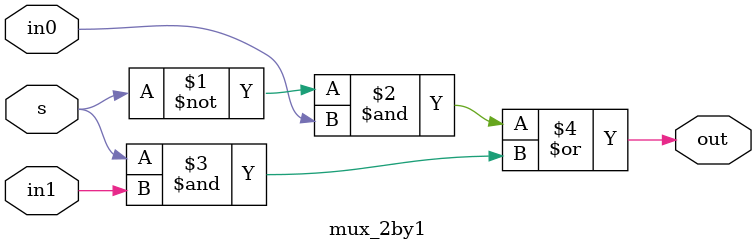
<source format=v>
`timescale 1ns / 1ps


module gates_mux_2by1 (
input a,b,
output c_and, c_or, c_not, c_xor, c_xnor, c_nand, c_nor
);


mux_2by1 AND(
.in0(1'b0),
.in1(b),
.s(a),
.out(c_and)
);

mux_2by1 OR(
.in0(b),
.in1(1'b1),
.s(a),
.out(c_or)
);

mux_2by1 NOT(
.in0(1'b1),
.in1(1'b0),
.s(b),
.out(c_not)
);

mux_2by1 XOR(
.in0(b),
.in1(c_not),
//.in1(~b),
.s(a),
.out(c_xor)
);

mux_2by1 XNOR(
.in0(c_not),
//.in0(~b),
.in1(b),
.s(a),
.out(c_xnor)
);

mux_2by1 NAND(
.in0(1'b1),
.in1(c_not),
//.in1(~b),
.s(a),
.out(c_nand)
);

mux_2by1 NOR(
.in0(c_not),
//.in0(~b),
.in1(1'b0),
.s(a),
.out(c_nor)
);

endmodule



module mux_2by1(
input in0,in1,s,
output out
);

assign out = (~s & in0) | (s & in1);

endmodule

</source>
